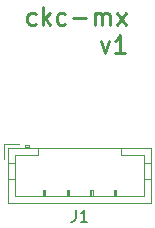
<source format=gbr>
%TF.GenerationSoftware,KiCad,Pcbnew,(6.0.9)*%
%TF.CreationDate,2023-06-19T17:18:25-04:00*%
%TF.ProjectId,ckc-mx,636b632d-6d78-42e6-9b69-6361645f7063,rev?*%
%TF.SameCoordinates,Original*%
%TF.FileFunction,Legend,Top*%
%TF.FilePolarity,Positive*%
%FSLAX46Y46*%
G04 Gerber Fmt 4.6, Leading zero omitted, Abs format (unit mm)*
G04 Created by KiCad (PCBNEW (6.0.9)) date 2023-06-19 17:18:25*
%MOMM*%
%LPD*%
G01*
G04 APERTURE LIST*
%ADD10C,0.250000*%
%ADD11C,0.150000*%
%ADD12C,0.120000*%
G04 APERTURE END LIST*
D10*
X144780357Y-58199642D02*
X144637500Y-58271071D01*
X144351785Y-58271071D01*
X144208928Y-58199642D01*
X144137500Y-58128214D01*
X144066071Y-57985357D01*
X144066071Y-57556785D01*
X144137500Y-57413928D01*
X144208928Y-57342500D01*
X144351785Y-57271071D01*
X144637500Y-57271071D01*
X144780357Y-57342500D01*
X145423214Y-58271071D02*
X145423214Y-56771071D01*
X145566071Y-57699642D02*
X145994642Y-58271071D01*
X145994642Y-57271071D02*
X145423214Y-57842500D01*
X147280357Y-58199642D02*
X147137500Y-58271071D01*
X146851785Y-58271071D01*
X146708928Y-58199642D01*
X146637500Y-58128214D01*
X146566071Y-57985357D01*
X146566071Y-57556785D01*
X146637500Y-57413928D01*
X146708928Y-57342500D01*
X146851785Y-57271071D01*
X147137500Y-57271071D01*
X147280357Y-57342500D01*
X147923214Y-57699642D02*
X149066071Y-57699642D01*
X149780357Y-58271071D02*
X149780357Y-57271071D01*
X149780357Y-57413928D02*
X149851785Y-57342500D01*
X149994642Y-57271071D01*
X150208928Y-57271071D01*
X150351785Y-57342500D01*
X150423214Y-57485357D01*
X150423214Y-58271071D01*
X150423214Y-57485357D02*
X150494642Y-57342500D01*
X150637500Y-57271071D01*
X150851785Y-57271071D01*
X150994642Y-57342500D01*
X151066071Y-57485357D01*
X151066071Y-58271071D01*
X151637500Y-58271071D02*
X152423214Y-57271071D01*
X151637500Y-57271071D02*
X152423214Y-58271071D01*
X150280357Y-59686071D02*
X150637500Y-60686071D01*
X150994642Y-59686071D01*
X152351785Y-60686071D02*
X151494642Y-60686071D01*
X151923214Y-60686071D02*
X151923214Y-59186071D01*
X151780357Y-59400357D01*
X151637500Y-59543214D01*
X151494642Y-59614642D01*
D11*
%TO.C,J1*%
X148166666Y-73952380D02*
X148166666Y-74666666D01*
X148119047Y-74809523D01*
X148023809Y-74904761D01*
X147880952Y-74952380D01*
X147785714Y-74952380D01*
X149166666Y-74952380D02*
X148595238Y-74952380D01*
X148880952Y-74952380D02*
X148880952Y-73952380D01*
X148785714Y-74095238D01*
X148690476Y-74190476D01*
X148595238Y-74238095D01*
D12*
X145500000Y-72800000D02*
X145500000Y-72300000D01*
X144200000Y-68690000D02*
X144200000Y-68490000D01*
X149600000Y-72300000D02*
X149600000Y-72800000D01*
X147600000Y-72300000D02*
X147600000Y-72800000D01*
X142440000Y-70000000D02*
X143050000Y-70000000D01*
X151500000Y-72800000D02*
X151500000Y-72300000D01*
X145000000Y-69300000D02*
X143050000Y-69300000D01*
X143900000Y-68490000D02*
X143900000Y-68690000D01*
X154560000Y-71300000D02*
X153950000Y-71300000D01*
X154560000Y-73410000D02*
X154560000Y-68690000D01*
X153950000Y-69300000D02*
X152000000Y-69300000D01*
X151400000Y-72300000D02*
X151600000Y-72300000D01*
X154560000Y-70000000D02*
X153950000Y-70000000D01*
X142440000Y-71300000D02*
X143050000Y-71300000D01*
X147500000Y-72800000D02*
X147500000Y-72300000D01*
X144200000Y-68590000D02*
X143900000Y-68590000D01*
X149500000Y-72800000D02*
X149500000Y-72300000D01*
X149400000Y-72800000D02*
X149400000Y-72300000D01*
X149400000Y-72300000D02*
X149600000Y-72300000D01*
X142440000Y-68690000D02*
X142440000Y-73410000D01*
X154560000Y-68690000D02*
X142440000Y-68690000D01*
X151600000Y-72300000D02*
X151600000Y-72800000D01*
X143050000Y-69300000D02*
X143050000Y-72800000D01*
X143390000Y-68390000D02*
X142140000Y-68390000D01*
X152000000Y-69300000D02*
X152000000Y-68690000D01*
X145600000Y-72300000D02*
X145600000Y-72800000D01*
X142440000Y-73410000D02*
X154560000Y-73410000D01*
X151400000Y-72800000D02*
X151400000Y-72300000D01*
X145400000Y-72800000D02*
X145400000Y-72300000D01*
X143050000Y-72800000D02*
X153950000Y-72800000D01*
X142140000Y-68390000D02*
X142140000Y-69640000D01*
X147400000Y-72800000D02*
X147400000Y-72300000D01*
X144200000Y-68490000D02*
X143900000Y-68490000D01*
X147400000Y-72300000D02*
X147600000Y-72300000D01*
X145400000Y-72300000D02*
X145600000Y-72300000D01*
X145000000Y-68690000D02*
X145000000Y-69300000D01*
X153950000Y-72800000D02*
X153950000Y-69300000D01*
%TD*%
M02*

</source>
